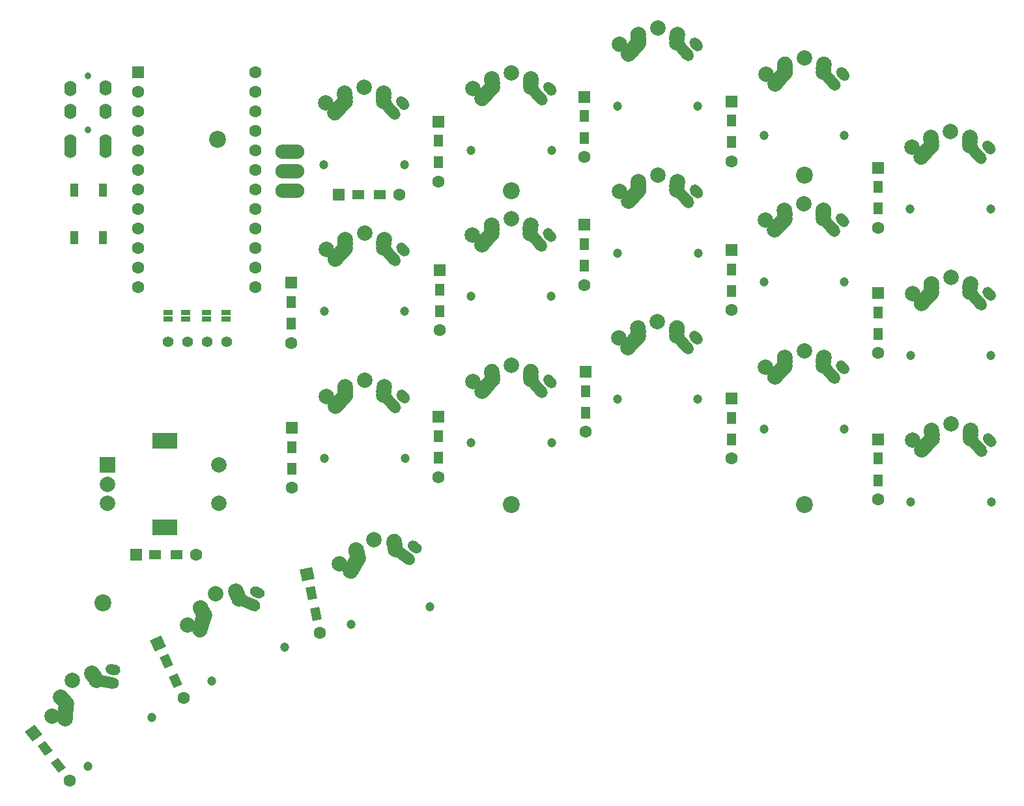
<source format=gbr>
%TF.GenerationSoftware,KiCad,Pcbnew,(5.1.7)-1*%
%TF.CreationDate,2021-07-12T16:27:12+05:30*%
%TF.ProjectId,Pteron36v0,50746572-6f6e-4333-9676-302e6b696361,rev?*%
%TF.SameCoordinates,Original*%
%TF.FileFunction,Soldermask,Top*%
%TF.FilePolarity,Negative*%
%FSLAX46Y46*%
G04 Gerber Fmt 4.6, Leading zero omitted, Abs format (unit mm)*
G04 Created by KiCad (PCBNEW (5.1.7)-1) date 2021-07-12 16:27:12*
%MOMM*%
%LPD*%
G01*
G04 APERTURE LIST*
%ADD10C,1.200000*%
%ADD11C,2.000000*%
%ADD12C,2.200000*%
%ADD13C,1.600000*%
%ADD14R,1.600000X1.600000*%
%ADD15O,1.600000X2.000000*%
%ADD16C,0.800000*%
%ADD17R,2.000000X2.000000*%
%ADD18R,3.200000X2.000000*%
%ADD19R,1.600000X1.200000*%
%ADD20O,3.759200X1.879600*%
%ADD21R,1.100000X1.800000*%
%ADD22R,1.200000X1.600000*%
%ADD23C,0.100000*%
%ADD24R,1.270000X0.635000*%
%ADD25C,1.397000*%
G04 APERTURE END LIST*
D10*
%TO.C,SW28*%
X125881509Y-100269365D03*
X115441509Y-100269365D03*
G36*
G01*
X125982177Y-91578589D02*
X126382877Y-92025175D01*
G75*
G02*
X126329342Y-93013676I-521018J-467483D01*
G01*
X126329342Y-93013676D01*
G75*
G02*
X125340841Y-92960141I-467483J521018D01*
G01*
X124940141Y-92513555D01*
G75*
G02*
X124993676Y-91525054I521018J467483D01*
G01*
X124993676Y-91525054D01*
G75*
G02*
X125982177Y-91578589I467483J-521018D01*
G01*
G37*
D11*
X115661509Y-92269365D03*
X120661509Y-90169365D03*
G36*
G01*
X123552789Y-91382409D02*
X125196697Y-93214573D01*
G75*
G02*
X125139337Y-94273681I-558234J-500874D01*
G01*
X125139337Y-94273681D01*
G75*
G02*
X124080229Y-94216321I-500874J558234D01*
G01*
X122436321Y-92384157D01*
G75*
G02*
X122493681Y-91325049I558234J500874D01*
G01*
X122493681Y-91325049D01*
G75*
G02*
X123552789Y-91382409I500874J-558234D01*
G01*
G37*
G36*
G01*
X119118796Y-90919628D02*
X119159350Y-91499590D01*
G75*
G02*
X118231542Y-92566910I-997564J-69756D01*
G01*
X118231542Y-92566910D01*
G75*
G02*
X117164222Y-91639102I-69756J997564D01*
G01*
X117123668Y-91059140D01*
G75*
G02*
X118051476Y-89991820I997564J69756D01*
G01*
X118051476Y-89991820D01*
G75*
G02*
X119118796Y-90919628I69756J-997564D01*
G01*
G37*
G36*
G01*
X118905816Y-92737194D02*
X117595826Y-94197202D01*
G75*
G02*
X116183681Y-94273681I-744312J667833D01*
G01*
X116183681Y-94273681D01*
G75*
G02*
X116107202Y-92861536I667833J744312D01*
G01*
X117417192Y-91401528D01*
G75*
G02*
X118829337Y-91325049I744312J-667833D01*
G01*
X118829337Y-91325049D01*
G75*
G02*
X118905816Y-92737194I-667833J-744312D01*
G01*
G37*
X118121509Y-90989365D03*
X118161509Y-91569365D03*
G36*
G01*
X123803677Y-92785053D02*
X123803677Y-92785053D01*
G75*
G02*
X124862785Y-92842413I500874J-558234D01*
G01*
X125196701Y-93214569D01*
G75*
G02*
X125139341Y-94273677I-558234J-500874D01*
G01*
X125139341Y-94273677D01*
G75*
G02*
X124080233Y-94216317I-500874J558234D01*
G01*
X123746317Y-93844161D01*
G75*
G02*
X123803677Y-92785053I558234J500874D01*
G01*
G37*
X123161509Y-92069365D03*
X116851509Y-93529365D03*
X118161509Y-92069365D03*
X123201509Y-90989365D03*
X123161509Y-91569365D03*
G36*
G01*
X122164054Y-91501366D02*
X122203596Y-90921334D01*
G75*
G02*
X123269295Y-89991665I997684J-68015D01*
G01*
X123269295Y-89991665D01*
G75*
G02*
X124198964Y-91057364I-68015J-997684D01*
G01*
X124159422Y-91637396D01*
G75*
G02*
X123093723Y-92567065I-997684J68015D01*
G01*
X123093723Y-92567065D01*
G75*
G02*
X122164054Y-91501366I68015J997684D01*
G01*
G37*
%TD*%
D10*
%TO.C,SW27*%
X125862130Y-81143915D03*
X115422130Y-81143915D03*
G36*
G01*
X125962798Y-72453139D02*
X126363498Y-72899725D01*
G75*
G02*
X126309963Y-73888226I-521018J-467483D01*
G01*
X126309963Y-73888226D01*
G75*
G02*
X125321462Y-73834691I-467483J521018D01*
G01*
X124920762Y-73388105D01*
G75*
G02*
X124974297Y-72399604I521018J467483D01*
G01*
X124974297Y-72399604D01*
G75*
G02*
X125962798Y-72453139I467483J-521018D01*
G01*
G37*
D11*
X115642130Y-73143915D03*
X120642130Y-71043915D03*
G36*
G01*
X123533410Y-72256959D02*
X125177318Y-74089123D01*
G75*
G02*
X125119958Y-75148231I-558234J-500874D01*
G01*
X125119958Y-75148231D01*
G75*
G02*
X124060850Y-75090871I-500874J558234D01*
G01*
X122416942Y-73258707D01*
G75*
G02*
X122474302Y-72199599I558234J500874D01*
G01*
X122474302Y-72199599D01*
G75*
G02*
X123533410Y-72256959I500874J-558234D01*
G01*
G37*
G36*
G01*
X119099417Y-71794178D02*
X119139971Y-72374140D01*
G75*
G02*
X118212163Y-73441460I-997564J-69756D01*
G01*
X118212163Y-73441460D01*
G75*
G02*
X117144843Y-72513652I-69756J997564D01*
G01*
X117104289Y-71933690D01*
G75*
G02*
X118032097Y-70866370I997564J69756D01*
G01*
X118032097Y-70866370D01*
G75*
G02*
X119099417Y-71794178I69756J-997564D01*
G01*
G37*
G36*
G01*
X118886437Y-73611744D02*
X117576447Y-75071752D01*
G75*
G02*
X116164302Y-75148231I-744312J667833D01*
G01*
X116164302Y-75148231D01*
G75*
G02*
X116087823Y-73736086I667833J744312D01*
G01*
X117397813Y-72276078D01*
G75*
G02*
X118809958Y-72199599I744312J-667833D01*
G01*
X118809958Y-72199599D01*
G75*
G02*
X118886437Y-73611744I-667833J-744312D01*
G01*
G37*
X118102130Y-71863915D03*
X118142130Y-72443915D03*
G36*
G01*
X123784298Y-73659603D02*
X123784298Y-73659603D01*
G75*
G02*
X124843406Y-73716963I500874J-558234D01*
G01*
X125177322Y-74089119D01*
G75*
G02*
X125119962Y-75148227I-558234J-500874D01*
G01*
X125119962Y-75148227D01*
G75*
G02*
X124060854Y-75090867I-500874J558234D01*
G01*
X123726938Y-74718711D01*
G75*
G02*
X123784298Y-73659603I558234J500874D01*
G01*
G37*
X123142130Y-72943915D03*
X116832130Y-74403915D03*
X118142130Y-72943915D03*
X123182130Y-71863915D03*
X123142130Y-72443915D03*
G36*
G01*
X122144675Y-72375916D02*
X122184217Y-71795884D01*
G75*
G02*
X123249916Y-70866215I997684J-68015D01*
G01*
X123249916Y-70866215D01*
G75*
G02*
X124179585Y-71931914I-68015J-997684D01*
G01*
X124140043Y-72511946D01*
G75*
G02*
X123074344Y-73441615I-997684J68015D01*
G01*
X123074344Y-73441615D01*
G75*
G02*
X122144675Y-72375916I68015J997684D01*
G01*
G37*
%TD*%
D10*
%TO.C,SW26*%
X125818486Y-62109020D03*
X115378486Y-62109020D03*
G36*
G01*
X125919154Y-53418244D02*
X126319854Y-53864830D01*
G75*
G02*
X126266319Y-54853331I-521018J-467483D01*
G01*
X126266319Y-54853331D01*
G75*
G02*
X125277818Y-54799796I-467483J521018D01*
G01*
X124877118Y-54353210D01*
G75*
G02*
X124930653Y-53364709I521018J467483D01*
G01*
X124930653Y-53364709D01*
G75*
G02*
X125919154Y-53418244I467483J-521018D01*
G01*
G37*
D11*
X115598486Y-54109020D03*
X120598486Y-52009020D03*
G36*
G01*
X123489766Y-53222064D02*
X125133674Y-55054228D01*
G75*
G02*
X125076314Y-56113336I-558234J-500874D01*
G01*
X125076314Y-56113336D01*
G75*
G02*
X124017206Y-56055976I-500874J558234D01*
G01*
X122373298Y-54223812D01*
G75*
G02*
X122430658Y-53164704I558234J500874D01*
G01*
X122430658Y-53164704D01*
G75*
G02*
X123489766Y-53222064I500874J-558234D01*
G01*
G37*
G36*
G01*
X119055773Y-52759283D02*
X119096327Y-53339245D01*
G75*
G02*
X118168519Y-54406565I-997564J-69756D01*
G01*
X118168519Y-54406565D01*
G75*
G02*
X117101199Y-53478757I-69756J997564D01*
G01*
X117060645Y-52898795D01*
G75*
G02*
X117988453Y-51831475I997564J69756D01*
G01*
X117988453Y-51831475D01*
G75*
G02*
X119055773Y-52759283I69756J-997564D01*
G01*
G37*
G36*
G01*
X118842793Y-54576849D02*
X117532803Y-56036857D01*
G75*
G02*
X116120658Y-56113336I-744312J667833D01*
G01*
X116120658Y-56113336D01*
G75*
G02*
X116044179Y-54701191I667833J744312D01*
G01*
X117354169Y-53241183D01*
G75*
G02*
X118766314Y-53164704I744312J-667833D01*
G01*
X118766314Y-53164704D01*
G75*
G02*
X118842793Y-54576849I-667833J-744312D01*
G01*
G37*
X118058486Y-52829020D03*
X118098486Y-53409020D03*
G36*
G01*
X123740654Y-54624708D02*
X123740654Y-54624708D01*
G75*
G02*
X124799762Y-54682068I500874J-558234D01*
G01*
X125133678Y-55054224D01*
G75*
G02*
X125076318Y-56113332I-558234J-500874D01*
G01*
X125076318Y-56113332D01*
G75*
G02*
X124017210Y-56055972I-500874J558234D01*
G01*
X123683294Y-55683816D01*
G75*
G02*
X123740654Y-54624708I558234J500874D01*
G01*
G37*
X123098486Y-53909020D03*
X116788486Y-55369020D03*
X118098486Y-53909020D03*
X123138486Y-52829020D03*
X123098486Y-53409020D03*
G36*
G01*
X122101031Y-53341021D02*
X122140573Y-52760989D01*
G75*
G02*
X123206272Y-51831320I997684J-68015D01*
G01*
X123206272Y-51831320D01*
G75*
G02*
X124135941Y-52897019I-68015J-997684D01*
G01*
X124096399Y-53477051D01*
G75*
G02*
X123030700Y-54406720I-997684J68015D01*
G01*
X123030700Y-54406720D01*
G75*
G02*
X122101031Y-53341021I68015J997684D01*
G01*
G37*
%TD*%
D10*
%TO.C,SW24*%
X144948913Y-98293290D03*
X134508913Y-98293290D03*
G36*
G01*
X145049581Y-89602514D02*
X145450281Y-90049100D01*
G75*
G02*
X145396746Y-91037601I-521018J-467483D01*
G01*
X145396746Y-91037601D01*
G75*
G02*
X144408245Y-90984066I-467483J521018D01*
G01*
X144007545Y-90537480D01*
G75*
G02*
X144061080Y-89548979I521018J467483D01*
G01*
X144061080Y-89548979D01*
G75*
G02*
X145049581Y-89602514I467483J-521018D01*
G01*
G37*
D11*
X134728913Y-90293290D03*
X139728913Y-88193290D03*
G36*
G01*
X142620193Y-89406334D02*
X144264101Y-91238498D01*
G75*
G02*
X144206741Y-92297606I-558234J-500874D01*
G01*
X144206741Y-92297606D01*
G75*
G02*
X143147633Y-92240246I-500874J558234D01*
G01*
X141503725Y-90408082D01*
G75*
G02*
X141561085Y-89348974I558234J500874D01*
G01*
X141561085Y-89348974D01*
G75*
G02*
X142620193Y-89406334I500874J-558234D01*
G01*
G37*
G36*
G01*
X138186200Y-88943553D02*
X138226754Y-89523515D01*
G75*
G02*
X137298946Y-90590835I-997564J-69756D01*
G01*
X137298946Y-90590835D01*
G75*
G02*
X136231626Y-89663027I-69756J997564D01*
G01*
X136191072Y-89083065D01*
G75*
G02*
X137118880Y-88015745I997564J69756D01*
G01*
X137118880Y-88015745D01*
G75*
G02*
X138186200Y-88943553I69756J-997564D01*
G01*
G37*
G36*
G01*
X137973220Y-90761119D02*
X136663230Y-92221127D01*
G75*
G02*
X135251085Y-92297606I-744312J667833D01*
G01*
X135251085Y-92297606D01*
G75*
G02*
X135174606Y-90885461I667833J744312D01*
G01*
X136484596Y-89425453D01*
G75*
G02*
X137896741Y-89348974I744312J-667833D01*
G01*
X137896741Y-89348974D01*
G75*
G02*
X137973220Y-90761119I-667833J-744312D01*
G01*
G37*
X137188913Y-89013290D03*
X137228913Y-89593290D03*
G36*
G01*
X142871081Y-90808978D02*
X142871081Y-90808978D01*
G75*
G02*
X143930189Y-90866338I500874J-558234D01*
G01*
X144264105Y-91238494D01*
G75*
G02*
X144206745Y-92297602I-558234J-500874D01*
G01*
X144206745Y-92297602D01*
G75*
G02*
X143147637Y-92240242I-500874J558234D01*
G01*
X142813721Y-91868086D01*
G75*
G02*
X142871081Y-90808978I558234J500874D01*
G01*
G37*
X142228913Y-90093290D03*
X135918913Y-91553290D03*
X137228913Y-90093290D03*
X142268913Y-89013290D03*
X142228913Y-89593290D03*
G36*
G01*
X141231458Y-89525291D02*
X141271000Y-88945259D01*
G75*
G02*
X142336699Y-88015590I997684J-68015D01*
G01*
X142336699Y-88015590D01*
G75*
G02*
X143266368Y-89081289I-68015J-997684D01*
G01*
X143226826Y-89661321D01*
G75*
G02*
X142161127Y-90590990I-997684J68015D01*
G01*
X142161127Y-90590990D01*
G75*
G02*
X141231458Y-89525291I68015J997684D01*
G01*
G37*
%TD*%
D10*
%TO.C,SW23*%
X144905269Y-79258394D03*
X134465269Y-79258394D03*
G36*
G01*
X145005937Y-70567618D02*
X145406637Y-71014204D01*
G75*
G02*
X145353102Y-72002705I-521018J-467483D01*
G01*
X145353102Y-72002705D01*
G75*
G02*
X144364601Y-71949170I-467483J521018D01*
G01*
X143963901Y-71502584D01*
G75*
G02*
X144017436Y-70514083I521018J467483D01*
G01*
X144017436Y-70514083D01*
G75*
G02*
X145005937Y-70567618I467483J-521018D01*
G01*
G37*
D11*
X134685269Y-71258394D03*
X139685269Y-69158394D03*
G36*
G01*
X142576549Y-70371438D02*
X144220457Y-72203602D01*
G75*
G02*
X144163097Y-73262710I-558234J-500874D01*
G01*
X144163097Y-73262710D01*
G75*
G02*
X143103989Y-73205350I-500874J558234D01*
G01*
X141460081Y-71373186D01*
G75*
G02*
X141517441Y-70314078I558234J500874D01*
G01*
X141517441Y-70314078D01*
G75*
G02*
X142576549Y-70371438I500874J-558234D01*
G01*
G37*
G36*
G01*
X138142556Y-69908657D02*
X138183110Y-70488619D01*
G75*
G02*
X137255302Y-71555939I-997564J-69756D01*
G01*
X137255302Y-71555939D01*
G75*
G02*
X136187982Y-70628131I-69756J997564D01*
G01*
X136147428Y-70048169D01*
G75*
G02*
X137075236Y-68980849I997564J69756D01*
G01*
X137075236Y-68980849D01*
G75*
G02*
X138142556Y-69908657I69756J-997564D01*
G01*
G37*
G36*
G01*
X137929576Y-71726223D02*
X136619586Y-73186231D01*
G75*
G02*
X135207441Y-73262710I-744312J667833D01*
G01*
X135207441Y-73262710D01*
G75*
G02*
X135130962Y-71850565I667833J744312D01*
G01*
X136440952Y-70390557D01*
G75*
G02*
X137853097Y-70314078I744312J-667833D01*
G01*
X137853097Y-70314078D01*
G75*
G02*
X137929576Y-71726223I-667833J-744312D01*
G01*
G37*
X137145269Y-69978394D03*
X137185269Y-70558394D03*
G36*
G01*
X142827437Y-71774082D02*
X142827437Y-71774082D01*
G75*
G02*
X143886545Y-71831442I500874J-558234D01*
G01*
X144220461Y-72203598D01*
G75*
G02*
X144163101Y-73262706I-558234J-500874D01*
G01*
X144163101Y-73262706D01*
G75*
G02*
X143103993Y-73205346I-500874J558234D01*
G01*
X142770077Y-72833190D01*
G75*
G02*
X142827437Y-71774082I558234J500874D01*
G01*
G37*
X142185269Y-71058394D03*
X135875269Y-72518394D03*
X137185269Y-71058394D03*
X142225269Y-69978394D03*
X142185269Y-70558394D03*
G36*
G01*
X141187814Y-70490395D02*
X141227356Y-69910363D01*
G75*
G02*
X142293055Y-68980694I997684J-68015D01*
G01*
X142293055Y-68980694D01*
G75*
G02*
X143222724Y-70046393I-68015J-997684D01*
G01*
X143183182Y-70626425D01*
G75*
G02*
X142117483Y-71556094I-997684J68015D01*
G01*
X142117483Y-71556094D01*
G75*
G02*
X141187814Y-70490395I68015J997684D01*
G01*
G37*
%TD*%
D10*
%TO.C,SW22*%
X144952181Y-60247769D03*
X134512181Y-60247769D03*
G36*
G01*
X145052849Y-51556993D02*
X145453549Y-52003579D01*
G75*
G02*
X145400014Y-52992080I-521018J-467483D01*
G01*
X145400014Y-52992080D01*
G75*
G02*
X144411513Y-52938545I-467483J521018D01*
G01*
X144010813Y-52491959D01*
G75*
G02*
X144064348Y-51503458I521018J467483D01*
G01*
X144064348Y-51503458D01*
G75*
G02*
X145052849Y-51556993I467483J-521018D01*
G01*
G37*
D11*
X134732181Y-52247769D03*
X139732181Y-50147769D03*
G36*
G01*
X142623461Y-51360813D02*
X144267369Y-53192977D01*
G75*
G02*
X144210009Y-54252085I-558234J-500874D01*
G01*
X144210009Y-54252085D01*
G75*
G02*
X143150901Y-54194725I-500874J558234D01*
G01*
X141506993Y-52362561D01*
G75*
G02*
X141564353Y-51303453I558234J500874D01*
G01*
X141564353Y-51303453D01*
G75*
G02*
X142623461Y-51360813I500874J-558234D01*
G01*
G37*
G36*
G01*
X138189468Y-50898032D02*
X138230022Y-51477994D01*
G75*
G02*
X137302214Y-52545314I-997564J-69756D01*
G01*
X137302214Y-52545314D01*
G75*
G02*
X136234894Y-51617506I-69756J997564D01*
G01*
X136194340Y-51037544D01*
G75*
G02*
X137122148Y-49970224I997564J69756D01*
G01*
X137122148Y-49970224D01*
G75*
G02*
X138189468Y-50898032I69756J-997564D01*
G01*
G37*
G36*
G01*
X137976488Y-52715598D02*
X136666498Y-54175606D01*
G75*
G02*
X135254353Y-54252085I-744312J667833D01*
G01*
X135254353Y-54252085D01*
G75*
G02*
X135177874Y-52839940I667833J744312D01*
G01*
X136487864Y-51379932D01*
G75*
G02*
X137900009Y-51303453I744312J-667833D01*
G01*
X137900009Y-51303453D01*
G75*
G02*
X137976488Y-52715598I-667833J-744312D01*
G01*
G37*
X137192181Y-50967769D03*
X137232181Y-51547769D03*
G36*
G01*
X142874349Y-52763457D02*
X142874349Y-52763457D01*
G75*
G02*
X143933457Y-52820817I500874J-558234D01*
G01*
X144267373Y-53192973D01*
G75*
G02*
X144210013Y-54252081I-558234J-500874D01*
G01*
X144210013Y-54252081D01*
G75*
G02*
X143150905Y-54194721I-500874J558234D01*
G01*
X142816989Y-53822565D01*
G75*
G02*
X142874349Y-52763457I558234J500874D01*
G01*
G37*
X142232181Y-52047769D03*
X135922181Y-53507769D03*
X137232181Y-52047769D03*
X142272181Y-50967769D03*
X142232181Y-51547769D03*
G36*
G01*
X141234726Y-51479770D02*
X141274268Y-50899738D01*
G75*
G02*
X142339967Y-49970069I997684J-68015D01*
G01*
X142339967Y-49970069D01*
G75*
G02*
X143269636Y-51035768I-68015J-997684D01*
G01*
X143230094Y-51615800D01*
G75*
G02*
X142164395Y-52545469I-997684J68015D01*
G01*
X142164395Y-52545469D01*
G75*
G02*
X141234726Y-51479770I68015J997684D01*
G01*
G37*
%TD*%
D10*
%TO.C,SW20*%
X92976811Y-133986528D03*
X84694203Y-140341998D03*
G36*
G01*
X87766067Y-127030389D02*
X88355829Y-127140759D01*
G75*
G02*
X88915118Y-127957580I-128766J-688055D01*
G01*
X88915118Y-127957580D01*
G75*
G02*
X88098297Y-128516869I-688055J128766D01*
G01*
X87508535Y-128406499D01*
G75*
G02*
X86949246Y-127589678I128766J688055D01*
G01*
X86949246Y-127589678D01*
G75*
G02*
X87766067Y-127030389I688055J-128766D01*
G01*
G37*
D11*
X79998649Y-133861243D03*
X82687017Y-129151394D03*
G36*
G01*
X85719278Y-128353666D02*
X88138828Y-128806472D01*
G75*
G02*
X88738066Y-129681638I-137964J-737202D01*
G01*
X88738066Y-129681638D01*
G75*
G02*
X87862900Y-130280876I-737202J137964D01*
G01*
X85443350Y-129828070D01*
G75*
G02*
X84844112Y-128952904I137964J737202D01*
G01*
X84844112Y-128952904D01*
G75*
G02*
X85719278Y-128353666I737202J-137964D01*
G01*
G37*
G36*
G01*
X81919831Y-130685762D02*
X82305063Y-131121188D01*
G75*
G02*
X82218727Y-132532764I-748956J-662620D01*
G01*
X82218727Y-132532764D01*
G75*
G02*
X80807151Y-132446428I-662620J748956D01*
G01*
X80421919Y-132011002D01*
G75*
G02*
X80508255Y-130599426I748956J662620D01*
G01*
X80508255Y-130599426D01*
G75*
G02*
X81919831Y-130685762I662620J-748956D01*
G01*
G37*
G36*
G01*
X82857326Y-132257388D02*
X82706838Y-134213162D01*
G75*
G02*
X81633066Y-135133496I-997053J76719D01*
G01*
X81633066Y-135133496D01*
G75*
G02*
X80712732Y-134059724I76719J997053D01*
G01*
X80863220Y-132103950D01*
G75*
G02*
X81936992Y-131183616I997053J-76719D01*
G01*
X81936992Y-131183616D01*
G75*
G02*
X82857326Y-132257388I-76719J-997053D01*
G01*
G37*
X81171083Y-131348198D03*
X81555899Y-131783993D03*
G36*
G01*
X86772195Y-129313728D02*
X86772195Y-129313728D01*
G75*
G02*
X87647361Y-128714490I737202J-137964D01*
G01*
X88138829Y-128806466D01*
G75*
G02*
X88738067Y-129681632I-137964J-737202D01*
G01*
X88738067Y-129681632D01*
G75*
G02*
X87862901Y-130280870I-737202J137964D01*
G01*
X87371433Y-130188894D01*
G75*
G02*
X86772195Y-129313728I137964J737202D01*
G01*
G37*
X85827047Y-129136862D03*
X81709779Y-134136443D03*
X81860280Y-132180669D03*
X85201318Y-128255690D03*
X85522666Y-128740185D03*
G36*
G01*
X84689936Y-129293451D02*
X84368206Y-128809209D01*
G75*
G02*
X84647735Y-127422896I832921J553392D01*
G01*
X84647735Y-127422896D01*
G75*
G02*
X86034048Y-127702425I553392J-832921D01*
G01*
X86355778Y-128186667D01*
G75*
G02*
X86076249Y-129572980I-832921J-553392D01*
G01*
X86076249Y-129572980D01*
G75*
G02*
X84689936Y-129293451I-553392J832921D01*
G01*
G37*
%TD*%
D10*
%TO.C,SW19*%
X163942246Y-92609196D03*
X153502246Y-92609196D03*
G36*
G01*
X164042914Y-83918420D02*
X164443614Y-84365006D01*
G75*
G02*
X164390079Y-85353507I-521018J-467483D01*
G01*
X164390079Y-85353507D01*
G75*
G02*
X163401578Y-85299972I-467483J521018D01*
G01*
X163000878Y-84853386D01*
G75*
G02*
X163054413Y-83864885I521018J467483D01*
G01*
X163054413Y-83864885D01*
G75*
G02*
X164042914Y-83918420I467483J-521018D01*
G01*
G37*
D11*
X153722246Y-84609196D03*
X158722246Y-82509196D03*
G36*
G01*
X161613526Y-83722240D02*
X163257434Y-85554404D01*
G75*
G02*
X163200074Y-86613512I-558234J-500874D01*
G01*
X163200074Y-86613512D01*
G75*
G02*
X162140966Y-86556152I-500874J558234D01*
G01*
X160497058Y-84723988D01*
G75*
G02*
X160554418Y-83664880I558234J500874D01*
G01*
X160554418Y-83664880D01*
G75*
G02*
X161613526Y-83722240I500874J-558234D01*
G01*
G37*
G36*
G01*
X157179533Y-83259459D02*
X157220087Y-83839421D01*
G75*
G02*
X156292279Y-84906741I-997564J-69756D01*
G01*
X156292279Y-84906741D01*
G75*
G02*
X155224959Y-83978933I-69756J997564D01*
G01*
X155184405Y-83398971D01*
G75*
G02*
X156112213Y-82331651I997564J69756D01*
G01*
X156112213Y-82331651D01*
G75*
G02*
X157179533Y-83259459I69756J-997564D01*
G01*
G37*
G36*
G01*
X156966553Y-85077025D02*
X155656563Y-86537033D01*
G75*
G02*
X154244418Y-86613512I-744312J667833D01*
G01*
X154244418Y-86613512D01*
G75*
G02*
X154167939Y-85201367I667833J744312D01*
G01*
X155477929Y-83741359D01*
G75*
G02*
X156890074Y-83664880I744312J-667833D01*
G01*
X156890074Y-83664880D01*
G75*
G02*
X156966553Y-85077025I-667833J-744312D01*
G01*
G37*
X156182246Y-83329196D03*
X156222246Y-83909196D03*
G36*
G01*
X161864414Y-85124884D02*
X161864414Y-85124884D01*
G75*
G02*
X162923522Y-85182244I500874J-558234D01*
G01*
X163257438Y-85554400D01*
G75*
G02*
X163200078Y-86613508I-558234J-500874D01*
G01*
X163200078Y-86613508D01*
G75*
G02*
X162140970Y-86556148I-500874J558234D01*
G01*
X161807054Y-86183992D01*
G75*
G02*
X161864414Y-85124884I558234J500874D01*
G01*
G37*
X161222246Y-84409196D03*
X154912246Y-85869196D03*
X156222246Y-84409196D03*
X161262246Y-83329196D03*
X161222246Y-83909196D03*
G36*
G01*
X160224791Y-83841197D02*
X160264333Y-83261165D01*
G75*
G02*
X161330032Y-82331496I997684J-68015D01*
G01*
X161330032Y-82331496D01*
G75*
G02*
X162259701Y-83397195I-68015J-997684D01*
G01*
X162220159Y-83977227D01*
G75*
G02*
X161154460Y-84906896I-997684J68015D01*
G01*
X161154460Y-84906896D01*
G75*
G02*
X160224791Y-83841197I68015J997684D01*
G01*
G37*
%TD*%
D10*
%TO.C,SW18*%
X163989162Y-73598567D03*
X153549162Y-73598567D03*
G36*
G01*
X164089830Y-64907791D02*
X164490530Y-65354377D01*
G75*
G02*
X164436995Y-66342878I-521018J-467483D01*
G01*
X164436995Y-66342878D01*
G75*
G02*
X163448494Y-66289343I-467483J521018D01*
G01*
X163047794Y-65842757D01*
G75*
G02*
X163101329Y-64854256I521018J467483D01*
G01*
X163101329Y-64854256D01*
G75*
G02*
X164089830Y-64907791I467483J-521018D01*
G01*
G37*
D11*
X153769162Y-65598567D03*
X158769162Y-63498567D03*
G36*
G01*
X161660442Y-64711611D02*
X163304350Y-66543775D01*
G75*
G02*
X163246990Y-67602883I-558234J-500874D01*
G01*
X163246990Y-67602883D01*
G75*
G02*
X162187882Y-67545523I-500874J558234D01*
G01*
X160543974Y-65713359D01*
G75*
G02*
X160601334Y-64654251I558234J500874D01*
G01*
X160601334Y-64654251D01*
G75*
G02*
X161660442Y-64711611I500874J-558234D01*
G01*
G37*
G36*
G01*
X157226449Y-64248830D02*
X157267003Y-64828792D01*
G75*
G02*
X156339195Y-65896112I-997564J-69756D01*
G01*
X156339195Y-65896112D01*
G75*
G02*
X155271875Y-64968304I-69756J997564D01*
G01*
X155231321Y-64388342D01*
G75*
G02*
X156159129Y-63321022I997564J69756D01*
G01*
X156159129Y-63321022D01*
G75*
G02*
X157226449Y-64248830I69756J-997564D01*
G01*
G37*
G36*
G01*
X157013469Y-66066396D02*
X155703479Y-67526404D01*
G75*
G02*
X154291334Y-67602883I-744312J667833D01*
G01*
X154291334Y-67602883D01*
G75*
G02*
X154214855Y-66190738I667833J744312D01*
G01*
X155524845Y-64730730D01*
G75*
G02*
X156936990Y-64654251I744312J-667833D01*
G01*
X156936990Y-64654251D01*
G75*
G02*
X157013469Y-66066396I-667833J-744312D01*
G01*
G37*
X156229162Y-64318567D03*
X156269162Y-64898567D03*
G36*
G01*
X161911330Y-66114255D02*
X161911330Y-66114255D01*
G75*
G02*
X162970438Y-66171615I500874J-558234D01*
G01*
X163304354Y-66543771D01*
G75*
G02*
X163246994Y-67602879I-558234J-500874D01*
G01*
X163246994Y-67602879D01*
G75*
G02*
X162187886Y-67545519I-500874J558234D01*
G01*
X161853970Y-67173363D01*
G75*
G02*
X161911330Y-66114255I558234J500874D01*
G01*
G37*
X161269162Y-65398567D03*
X154959162Y-66858567D03*
X156269162Y-65398567D03*
X161309162Y-64318567D03*
X161269162Y-64898567D03*
G36*
G01*
X160271707Y-64830568D02*
X160311249Y-64250536D01*
G75*
G02*
X161376948Y-63320867I997684J-68015D01*
G01*
X161376948Y-63320867D01*
G75*
G02*
X162306617Y-64386566I-68015J-997684D01*
G01*
X162267075Y-64966598D01*
G75*
G02*
X161201376Y-65896267I-997684J68015D01*
G01*
X161201376Y-65896267D01*
G75*
G02*
X160271707Y-64830568I68015J997684D01*
G01*
G37*
%TD*%
D10*
%TO.C,SW17*%
X163969779Y-54473116D03*
X153529779Y-54473116D03*
G36*
G01*
X164070447Y-45782340D02*
X164471147Y-46228926D01*
G75*
G02*
X164417612Y-47217427I-521018J-467483D01*
G01*
X164417612Y-47217427D01*
G75*
G02*
X163429111Y-47163892I-467483J521018D01*
G01*
X163028411Y-46717306D01*
G75*
G02*
X163081946Y-45728805I521018J467483D01*
G01*
X163081946Y-45728805D01*
G75*
G02*
X164070447Y-45782340I467483J-521018D01*
G01*
G37*
D11*
X153749779Y-46473116D03*
X158749779Y-44373116D03*
G36*
G01*
X161641059Y-45586160D02*
X163284967Y-47418324D01*
G75*
G02*
X163227607Y-48477432I-558234J-500874D01*
G01*
X163227607Y-48477432D01*
G75*
G02*
X162168499Y-48420072I-500874J558234D01*
G01*
X160524591Y-46587908D01*
G75*
G02*
X160581951Y-45528800I558234J500874D01*
G01*
X160581951Y-45528800D01*
G75*
G02*
X161641059Y-45586160I500874J-558234D01*
G01*
G37*
G36*
G01*
X157207066Y-45123379D02*
X157247620Y-45703341D01*
G75*
G02*
X156319812Y-46770661I-997564J-69756D01*
G01*
X156319812Y-46770661D01*
G75*
G02*
X155252492Y-45842853I-69756J997564D01*
G01*
X155211938Y-45262891D01*
G75*
G02*
X156139746Y-44195571I997564J69756D01*
G01*
X156139746Y-44195571D01*
G75*
G02*
X157207066Y-45123379I69756J-997564D01*
G01*
G37*
G36*
G01*
X156994086Y-46940945D02*
X155684096Y-48400953D01*
G75*
G02*
X154271951Y-48477432I-744312J667833D01*
G01*
X154271951Y-48477432D01*
G75*
G02*
X154195472Y-47065287I667833J744312D01*
G01*
X155505462Y-45605279D01*
G75*
G02*
X156917607Y-45528800I744312J-667833D01*
G01*
X156917607Y-45528800D01*
G75*
G02*
X156994086Y-46940945I-667833J-744312D01*
G01*
G37*
X156209779Y-45193116D03*
X156249779Y-45773116D03*
G36*
G01*
X161891947Y-46988804D02*
X161891947Y-46988804D01*
G75*
G02*
X162951055Y-47046164I500874J-558234D01*
G01*
X163284971Y-47418320D01*
G75*
G02*
X163227611Y-48477428I-558234J-500874D01*
G01*
X163227611Y-48477428D01*
G75*
G02*
X162168503Y-48420068I-500874J558234D01*
G01*
X161834587Y-48047912D01*
G75*
G02*
X161891947Y-46988804I558234J500874D01*
G01*
G37*
X161249779Y-46273116D03*
X154939779Y-47733116D03*
X156249779Y-46273116D03*
X161289779Y-45193116D03*
X161249779Y-45773116D03*
G36*
G01*
X160252324Y-45705117D02*
X160291866Y-45125085D01*
G75*
G02*
X161357565Y-44195416I997684J-68015D01*
G01*
X161357565Y-44195416D01*
G75*
G02*
X162287234Y-45261115I-68015J-997684D01*
G01*
X162247692Y-45841147D01*
G75*
G02*
X161181993Y-46770816I-997684J68015D01*
G01*
X161181993Y-46770816D01*
G75*
G02*
X160252324Y-45705117I68015J997684D01*
G01*
G37*
%TD*%
D10*
%TO.C,SW15*%
X110268018Y-124879285D03*
X100806165Y-129291420D03*
G36*
G01*
X106686375Y-116960223D02*
X107238267Y-117195625D01*
G75*
G02*
X107607506Y-118114136I-274636J-643875D01*
G01*
X107607506Y-118114136D01*
G75*
G02*
X106688995Y-118483375I-643875J274636D01*
G01*
X106137103Y-118247973D01*
G75*
G02*
X105767864Y-117329462I274636J643875D01*
G01*
X105767864Y-117329462D01*
G75*
G02*
X106686375Y-116960223I643875J-274636D01*
G01*
G37*
D11*
X97624607Y-121947982D03*
X101268647Y-117931644D03*
G36*
G01*
X104401691Y-117809127D02*
X106665883Y-118774887D01*
G75*
G02*
X107061496Y-119759006I-294253J-689866D01*
G01*
X107061496Y-119759006D01*
G75*
G02*
X106077377Y-120154619I-689866J294253D01*
G01*
X103813185Y-119188859D01*
G75*
G02*
X103417572Y-118204740I294253J689866D01*
G01*
X103417572Y-118204740D01*
G75*
G02*
X104401691Y-117809127I689866J-294253D01*
G01*
G37*
G36*
G01*
X100187549Y-119263592D02*
X100469407Y-119772076D01*
G75*
G02*
X100079597Y-121131506I-874620J-484810D01*
G01*
X100079597Y-121131506D01*
G75*
G02*
X98720167Y-120741696I-484810J874620D01*
G01*
X98438309Y-120233212D01*
G75*
G02*
X98828119Y-118873782I874620J484810D01*
G01*
X98828119Y-118873782D01*
G75*
G02*
X100187549Y-119263592I484810J-874620D01*
G01*
G37*
G36*
G01*
X100762660Y-121000874D02*
X100192432Y-122877718D01*
G75*
G02*
X98944916Y-123543830I-956814J290702D01*
G01*
X98944916Y-123543830D01*
G75*
G02*
X98278804Y-122296314I290702J956814D01*
G01*
X98849032Y-120419470D01*
G75*
G02*
X100096548Y-119753358I956814J-290702D01*
G01*
X100096548Y-119753358D01*
G75*
G02*
X100762660Y-121000874I-290702J-956814D01*
G01*
G37*
X99313172Y-119748267D03*
X99594543Y-120257021D03*
G36*
G01*
X105221856Y-118974326D02*
X105221856Y-118974326D01*
G75*
G02*
X106205975Y-118578713I689866J-294253D01*
G01*
X106665885Y-118774881D01*
G75*
G02*
X107061498Y-119759000I-294253J-689866D01*
G01*
X107061498Y-119759000D01*
G75*
G02*
X106077379Y-120154613I-689866J294253D01*
G01*
X105617469Y-119958445D01*
G75*
G02*
X105221856Y-118974326I294253J689866D01*
G01*
G37*
X104337391Y-118597083D03*
X99235612Y-122587014D03*
X99805852Y-120710175D03*
X103917216Y-117601366D03*
X104126082Y-118143929D03*
G36*
G01*
X103193342Y-118503844D02*
X102984048Y-117961446D01*
G75*
G02*
X103557005Y-116668495I932954J359997D01*
G01*
X103557005Y-116668495D01*
G75*
G02*
X104849956Y-117241452I359997J-932954D01*
G01*
X105059250Y-117783850D01*
G75*
G02*
X104486293Y-119076801I-932954J-359997D01*
G01*
X104486293Y-119076801D01*
G75*
G02*
X103193342Y-118503844I-359997J932954D01*
G01*
G37*
%TD*%
D10*
%TO.C,SW14*%
X183002678Y-96454677D03*
X172562678Y-96454677D03*
G36*
G01*
X183103346Y-87763901D02*
X183504046Y-88210487D01*
G75*
G02*
X183450511Y-89198988I-521018J-467483D01*
G01*
X183450511Y-89198988D01*
G75*
G02*
X182462010Y-89145453I-467483J521018D01*
G01*
X182061310Y-88698867D01*
G75*
G02*
X182114845Y-87710366I521018J467483D01*
G01*
X182114845Y-87710366D01*
G75*
G02*
X183103346Y-87763901I467483J-521018D01*
G01*
G37*
D11*
X172782678Y-88454677D03*
X177782678Y-86354677D03*
G36*
G01*
X180673958Y-87567721D02*
X182317866Y-89399885D01*
G75*
G02*
X182260506Y-90458993I-558234J-500874D01*
G01*
X182260506Y-90458993D01*
G75*
G02*
X181201398Y-90401633I-500874J558234D01*
G01*
X179557490Y-88569469D01*
G75*
G02*
X179614850Y-87510361I558234J500874D01*
G01*
X179614850Y-87510361D01*
G75*
G02*
X180673958Y-87567721I500874J-558234D01*
G01*
G37*
G36*
G01*
X176239965Y-87104940D02*
X176280519Y-87684902D01*
G75*
G02*
X175352711Y-88752222I-997564J-69756D01*
G01*
X175352711Y-88752222D01*
G75*
G02*
X174285391Y-87824414I-69756J997564D01*
G01*
X174244837Y-87244452D01*
G75*
G02*
X175172645Y-86177132I997564J69756D01*
G01*
X175172645Y-86177132D01*
G75*
G02*
X176239965Y-87104940I69756J-997564D01*
G01*
G37*
G36*
G01*
X176026985Y-88922506D02*
X174716995Y-90382514D01*
G75*
G02*
X173304850Y-90458993I-744312J667833D01*
G01*
X173304850Y-90458993D01*
G75*
G02*
X173228371Y-89046848I667833J744312D01*
G01*
X174538361Y-87586840D01*
G75*
G02*
X175950506Y-87510361I744312J-667833D01*
G01*
X175950506Y-87510361D01*
G75*
G02*
X176026985Y-88922506I-667833J-744312D01*
G01*
G37*
X175242678Y-87174677D03*
X175282678Y-87754677D03*
G36*
G01*
X180924846Y-88970365D02*
X180924846Y-88970365D01*
G75*
G02*
X181983954Y-89027725I500874J-558234D01*
G01*
X182317870Y-89399881D01*
G75*
G02*
X182260510Y-90458989I-558234J-500874D01*
G01*
X182260510Y-90458989D01*
G75*
G02*
X181201402Y-90401629I-500874J558234D01*
G01*
X180867486Y-90029473D01*
G75*
G02*
X180924846Y-88970365I558234J500874D01*
G01*
G37*
X180282678Y-88254677D03*
X173972678Y-89714677D03*
X175282678Y-88254677D03*
X180322678Y-87174677D03*
X180282678Y-87754677D03*
G36*
G01*
X179285223Y-87686678D02*
X179324765Y-87106646D01*
G75*
G02*
X180390464Y-86176977I997684J-68015D01*
G01*
X180390464Y-86176977D01*
G75*
G02*
X181320133Y-87242676I-68015J-997684D01*
G01*
X181280591Y-87822708D01*
G75*
G02*
X180214892Y-88752377I-997684J68015D01*
G01*
X180214892Y-88752377D01*
G75*
G02*
X179285223Y-87686678I68015J997684D01*
G01*
G37*
%TD*%
D10*
%TO.C,SW13*%
X182983305Y-77329232D03*
X172543305Y-77329232D03*
G36*
G01*
X183083973Y-68638456D02*
X183484673Y-69085042D01*
G75*
G02*
X183431138Y-70073543I-521018J-467483D01*
G01*
X183431138Y-70073543D01*
G75*
G02*
X182442637Y-70020008I-467483J521018D01*
G01*
X182041937Y-69573422D01*
G75*
G02*
X182095472Y-68584921I521018J467483D01*
G01*
X182095472Y-68584921D01*
G75*
G02*
X183083973Y-68638456I467483J-521018D01*
G01*
G37*
D11*
X172763305Y-69329232D03*
X177763305Y-67229232D03*
G36*
G01*
X180654585Y-68442276D02*
X182298493Y-70274440D01*
G75*
G02*
X182241133Y-71333548I-558234J-500874D01*
G01*
X182241133Y-71333548D01*
G75*
G02*
X181182025Y-71276188I-500874J558234D01*
G01*
X179538117Y-69444024D01*
G75*
G02*
X179595477Y-68384916I558234J500874D01*
G01*
X179595477Y-68384916D01*
G75*
G02*
X180654585Y-68442276I500874J-558234D01*
G01*
G37*
G36*
G01*
X176220592Y-67979495D02*
X176261146Y-68559457D01*
G75*
G02*
X175333338Y-69626777I-997564J-69756D01*
G01*
X175333338Y-69626777D01*
G75*
G02*
X174266018Y-68698969I-69756J997564D01*
G01*
X174225464Y-68119007D01*
G75*
G02*
X175153272Y-67051687I997564J69756D01*
G01*
X175153272Y-67051687D01*
G75*
G02*
X176220592Y-67979495I69756J-997564D01*
G01*
G37*
G36*
G01*
X176007612Y-69797061D02*
X174697622Y-71257069D01*
G75*
G02*
X173285477Y-71333548I-744312J667833D01*
G01*
X173285477Y-71333548D01*
G75*
G02*
X173208998Y-69921403I667833J744312D01*
G01*
X174518988Y-68461395D01*
G75*
G02*
X175931133Y-68384916I744312J-667833D01*
G01*
X175931133Y-68384916D01*
G75*
G02*
X176007612Y-69797061I-667833J-744312D01*
G01*
G37*
X175223305Y-68049232D03*
X175263305Y-68629232D03*
G36*
G01*
X180905473Y-69844920D02*
X180905473Y-69844920D01*
G75*
G02*
X181964581Y-69902280I500874J-558234D01*
G01*
X182298497Y-70274436D01*
G75*
G02*
X182241137Y-71333544I-558234J-500874D01*
G01*
X182241137Y-71333544D01*
G75*
G02*
X181182029Y-71276184I-500874J558234D01*
G01*
X180848113Y-70904028D01*
G75*
G02*
X180905473Y-69844920I558234J500874D01*
G01*
G37*
X180263305Y-69129232D03*
X173953305Y-70589232D03*
X175263305Y-69129232D03*
X180303305Y-68049232D03*
X180263305Y-68629232D03*
G36*
G01*
X179265850Y-68561233D02*
X179305392Y-67981201D01*
G75*
G02*
X180371091Y-67051532I997684J-68015D01*
G01*
X180371091Y-67051532D01*
G75*
G02*
X181300760Y-68117231I-68015J-997684D01*
G01*
X181261218Y-68697263D01*
G75*
G02*
X180195519Y-69626932I-997684J68015D01*
G01*
X180195519Y-69626932D01*
G75*
G02*
X179265850Y-68561233I68015J997684D01*
G01*
G37*
%TD*%
D10*
%TO.C,SW12*%
X183030215Y-58318605D03*
X172590215Y-58318605D03*
G36*
G01*
X183130883Y-49627829D02*
X183531583Y-50074415D01*
G75*
G02*
X183478048Y-51062916I-521018J-467483D01*
G01*
X183478048Y-51062916D01*
G75*
G02*
X182489547Y-51009381I-467483J521018D01*
G01*
X182088847Y-50562795D01*
G75*
G02*
X182142382Y-49574294I521018J467483D01*
G01*
X182142382Y-49574294D01*
G75*
G02*
X183130883Y-49627829I467483J-521018D01*
G01*
G37*
D11*
X172810215Y-50318605D03*
X177810215Y-48218605D03*
G36*
G01*
X180701495Y-49431649D02*
X182345403Y-51263813D01*
G75*
G02*
X182288043Y-52322921I-558234J-500874D01*
G01*
X182288043Y-52322921D01*
G75*
G02*
X181228935Y-52265561I-500874J558234D01*
G01*
X179585027Y-50433397D01*
G75*
G02*
X179642387Y-49374289I558234J500874D01*
G01*
X179642387Y-49374289D01*
G75*
G02*
X180701495Y-49431649I500874J-558234D01*
G01*
G37*
G36*
G01*
X176267502Y-48968868D02*
X176308056Y-49548830D01*
G75*
G02*
X175380248Y-50616150I-997564J-69756D01*
G01*
X175380248Y-50616150D01*
G75*
G02*
X174312928Y-49688342I-69756J997564D01*
G01*
X174272374Y-49108380D01*
G75*
G02*
X175200182Y-48041060I997564J69756D01*
G01*
X175200182Y-48041060D01*
G75*
G02*
X176267502Y-48968868I69756J-997564D01*
G01*
G37*
G36*
G01*
X176054522Y-50786434D02*
X174744532Y-52246442D01*
G75*
G02*
X173332387Y-52322921I-744312J667833D01*
G01*
X173332387Y-52322921D01*
G75*
G02*
X173255908Y-50910776I667833J744312D01*
G01*
X174565898Y-49450768D01*
G75*
G02*
X175978043Y-49374289I744312J-667833D01*
G01*
X175978043Y-49374289D01*
G75*
G02*
X176054522Y-50786434I-667833J-744312D01*
G01*
G37*
X175270215Y-49038605D03*
X175310215Y-49618605D03*
G36*
G01*
X180952383Y-50834293D02*
X180952383Y-50834293D01*
G75*
G02*
X182011491Y-50891653I500874J-558234D01*
G01*
X182345407Y-51263809D01*
G75*
G02*
X182288047Y-52322917I-558234J-500874D01*
G01*
X182288047Y-52322917D01*
G75*
G02*
X181228939Y-52265557I-500874J558234D01*
G01*
X180895023Y-51893401D01*
G75*
G02*
X180952383Y-50834293I558234J500874D01*
G01*
G37*
X180310215Y-50118605D03*
X174000215Y-51578605D03*
X175310215Y-50118605D03*
X180350215Y-49038605D03*
X180310215Y-49618605D03*
G36*
G01*
X179312760Y-49550606D02*
X179352302Y-48970574D01*
G75*
G02*
X180418001Y-48040905I997684J-68015D01*
G01*
X180418001Y-48040905D01*
G75*
G02*
X181347670Y-49106604I-68015J-997684D01*
G01*
X181308128Y-49686636D01*
G75*
G02*
X180242429Y-50616305I-997684J68015D01*
G01*
X180242429Y-50616305D01*
G75*
G02*
X179312760Y-49550606I68015J997684D01*
G01*
G37*
%TD*%
D10*
%TO.C,SW10*%
X129118196Y-119593549D03*
X118925665Y-121853179D03*
G36*
G01*
X127335450Y-111086990D02*
X127823310Y-111436264D01*
G75*
G02*
X127984995Y-112412921I-407486J-569171D01*
G01*
X127984995Y-112412921D01*
G75*
G02*
X127008338Y-112574606I-569171J407486D01*
G01*
X126520478Y-112225332D01*
G75*
G02*
X126358793Y-111248675I407486J569171D01*
G01*
X126358793Y-111248675D01*
G75*
G02*
X127335450Y-111086990I569171J-407486D01*
G01*
G37*
D11*
X117408933Y-113995194D03*
X121835890Y-110862775D03*
G36*
G01*
X124921185Y-111421276D02*
X126922679Y-112854204D01*
G75*
G02*
X127095913Y-113900622I-436592J-609826D01*
G01*
X127095913Y-113900622D01*
G75*
G02*
X126049495Y-114073856I-609826J436592D01*
G01*
X124048001Y-112640928D01*
G75*
G02*
X123874767Y-111594510I436592J609826D01*
G01*
X123874767Y-111594510D01*
G75*
G02*
X124921185Y-111421276I609826J-436592D01*
G01*
G37*
G36*
G01*
X120492132Y-111929158D02*
X120657252Y-112486594D01*
G75*
G02*
X119982447Y-113729429I-958820J-284015D01*
G01*
X119982447Y-113729429D01*
G75*
G02*
X118739612Y-113054624I-284015J958820D01*
G01*
X118574492Y-112497188D01*
G75*
G02*
X119249297Y-111254353I958820J284015D01*
G01*
X119249297Y-111254353D01*
G75*
G02*
X120492132Y-111929158I284015J-958820D01*
G01*
G37*
G36*
G01*
X120677595Y-113749737D02*
X119714659Y-115458671D01*
G75*
G02*
X118352541Y-115838981I-871214J490904D01*
G01*
X118352541Y-115838981D01*
G75*
G02*
X117972231Y-114476863I490904J871214D01*
G01*
X118935167Y-112767929D01*
G75*
G02*
X120297285Y-112387619I871214J-490904D01*
G01*
X120297285Y-112387619D01*
G75*
G02*
X120677595Y-113749737I-490904J-871214D01*
G01*
G37*
X119533579Y-112213094D03*
X119698166Y-112770688D03*
G36*
G01*
X125469714Y-112736371D02*
X125469714Y-112736371D01*
G75*
G02*
X126516132Y-112563137I609826J-436592D01*
G01*
X126922682Y-112854199D01*
G75*
G02*
X127095916Y-113900617I-436592J-609826D01*
G01*
X127095916Y-113900617D01*
G75*
G02*
X126049498Y-114073851I-609826J436592D01*
G01*
X125642948Y-113782789D01*
G75*
G02*
X125469714Y-112736371I436592J609826D01*
G01*
G37*
X124687866Y-112176638D03*
X118843440Y-114967764D03*
X119806386Y-113258836D03*
X124493163Y-111113581D03*
X124579646Y-111688490D03*
G36*
G01*
X123591116Y-111837991D02*
X123504180Y-111263149D01*
G75*
G02*
X124343401Y-110124858I988756J149535D01*
G01*
X124343401Y-110124858D01*
G75*
G02*
X125481692Y-110964079I149535J-988756D01*
G01*
X125568628Y-111538921D01*
G75*
G02*
X124729407Y-112677212I-988756J-149535D01*
G01*
X124729407Y-112677212D01*
G75*
G02*
X123591116Y-111837991I-149535J988756D01*
G01*
G37*
%TD*%
D10*
%TO.C,SW9*%
X202104677Y-105940622D03*
X191664677Y-105940622D03*
G36*
G01*
X202205345Y-97249846D02*
X202606045Y-97696432D01*
G75*
G02*
X202552510Y-98684933I-521018J-467483D01*
G01*
X202552510Y-98684933D01*
G75*
G02*
X201564009Y-98631398I-467483J521018D01*
G01*
X201163309Y-98184812D01*
G75*
G02*
X201216844Y-97196311I521018J467483D01*
G01*
X201216844Y-97196311D01*
G75*
G02*
X202205345Y-97249846I467483J-521018D01*
G01*
G37*
D11*
X191884677Y-97940622D03*
X196884677Y-95840622D03*
G36*
G01*
X199775957Y-97053666D02*
X201419865Y-98885830D01*
G75*
G02*
X201362505Y-99944938I-558234J-500874D01*
G01*
X201362505Y-99944938D01*
G75*
G02*
X200303397Y-99887578I-500874J558234D01*
G01*
X198659489Y-98055414D01*
G75*
G02*
X198716849Y-96996306I558234J500874D01*
G01*
X198716849Y-96996306D01*
G75*
G02*
X199775957Y-97053666I500874J-558234D01*
G01*
G37*
G36*
G01*
X195341964Y-96590885D02*
X195382518Y-97170847D01*
G75*
G02*
X194454710Y-98238167I-997564J-69756D01*
G01*
X194454710Y-98238167D01*
G75*
G02*
X193387390Y-97310359I-69756J997564D01*
G01*
X193346836Y-96730397D01*
G75*
G02*
X194274644Y-95663077I997564J69756D01*
G01*
X194274644Y-95663077D01*
G75*
G02*
X195341964Y-96590885I69756J-997564D01*
G01*
G37*
G36*
G01*
X195128984Y-98408451D02*
X193818994Y-99868459D01*
G75*
G02*
X192406849Y-99944938I-744312J667833D01*
G01*
X192406849Y-99944938D01*
G75*
G02*
X192330370Y-98532793I667833J744312D01*
G01*
X193640360Y-97072785D01*
G75*
G02*
X195052505Y-96996306I744312J-667833D01*
G01*
X195052505Y-96996306D01*
G75*
G02*
X195128984Y-98408451I-667833J-744312D01*
G01*
G37*
X194344677Y-96660622D03*
X194384677Y-97240622D03*
G36*
G01*
X200026845Y-98456310D02*
X200026845Y-98456310D01*
G75*
G02*
X201085953Y-98513670I500874J-558234D01*
G01*
X201419869Y-98885826D01*
G75*
G02*
X201362509Y-99944934I-558234J-500874D01*
G01*
X201362509Y-99944934D01*
G75*
G02*
X200303401Y-99887574I-500874J558234D01*
G01*
X199969485Y-99515418D01*
G75*
G02*
X200026845Y-98456310I558234J500874D01*
G01*
G37*
X199384677Y-97740622D03*
X193074677Y-99200622D03*
X194384677Y-97740622D03*
X199424677Y-96660622D03*
X199384677Y-97240622D03*
G36*
G01*
X198387222Y-97172623D02*
X198426764Y-96592591D01*
G75*
G02*
X199492463Y-95662922I997684J-68015D01*
G01*
X199492463Y-95662922D01*
G75*
G02*
X200422132Y-96728621I-68015J-997684D01*
G01*
X200382590Y-97308653D01*
G75*
G02*
X199316891Y-98238322I-997684J68015D01*
G01*
X199316891Y-98238322D01*
G75*
G02*
X198387222Y-97172623I68015J997684D01*
G01*
G37*
%TD*%
D10*
%TO.C,SW8*%
X202061035Y-86905722D03*
X191621035Y-86905722D03*
G36*
G01*
X202161703Y-78214946D02*
X202562403Y-78661532D01*
G75*
G02*
X202508868Y-79650033I-521018J-467483D01*
G01*
X202508868Y-79650033D01*
G75*
G02*
X201520367Y-79596498I-467483J521018D01*
G01*
X201119667Y-79149912D01*
G75*
G02*
X201173202Y-78161411I521018J467483D01*
G01*
X201173202Y-78161411D01*
G75*
G02*
X202161703Y-78214946I467483J-521018D01*
G01*
G37*
D11*
X191841035Y-78905722D03*
X196841035Y-76805722D03*
G36*
G01*
X199732315Y-78018766D02*
X201376223Y-79850930D01*
G75*
G02*
X201318863Y-80910038I-558234J-500874D01*
G01*
X201318863Y-80910038D01*
G75*
G02*
X200259755Y-80852678I-500874J558234D01*
G01*
X198615847Y-79020514D01*
G75*
G02*
X198673207Y-77961406I558234J500874D01*
G01*
X198673207Y-77961406D01*
G75*
G02*
X199732315Y-78018766I500874J-558234D01*
G01*
G37*
G36*
G01*
X195298322Y-77555985D02*
X195338876Y-78135947D01*
G75*
G02*
X194411068Y-79203267I-997564J-69756D01*
G01*
X194411068Y-79203267D01*
G75*
G02*
X193343748Y-78275459I-69756J997564D01*
G01*
X193303194Y-77695497D01*
G75*
G02*
X194231002Y-76628177I997564J69756D01*
G01*
X194231002Y-76628177D01*
G75*
G02*
X195298322Y-77555985I69756J-997564D01*
G01*
G37*
G36*
G01*
X195085342Y-79373551D02*
X193775352Y-80833559D01*
G75*
G02*
X192363207Y-80910038I-744312J667833D01*
G01*
X192363207Y-80910038D01*
G75*
G02*
X192286728Y-79497893I667833J744312D01*
G01*
X193596718Y-78037885D01*
G75*
G02*
X195008863Y-77961406I744312J-667833D01*
G01*
X195008863Y-77961406D01*
G75*
G02*
X195085342Y-79373551I-667833J-744312D01*
G01*
G37*
X194301035Y-77625722D03*
X194341035Y-78205722D03*
G36*
G01*
X199983203Y-79421410D02*
X199983203Y-79421410D01*
G75*
G02*
X201042311Y-79478770I500874J-558234D01*
G01*
X201376227Y-79850926D01*
G75*
G02*
X201318867Y-80910034I-558234J-500874D01*
G01*
X201318867Y-80910034D01*
G75*
G02*
X200259759Y-80852674I-500874J558234D01*
G01*
X199925843Y-80480518D01*
G75*
G02*
X199983203Y-79421410I558234J500874D01*
G01*
G37*
X199341035Y-78705722D03*
X193031035Y-80165722D03*
X194341035Y-78705722D03*
X199381035Y-77625722D03*
X199341035Y-78205722D03*
G36*
G01*
X198343580Y-78137723D02*
X198383122Y-77557691D01*
G75*
G02*
X199448821Y-76628022I997684J-68015D01*
G01*
X199448821Y-76628022D01*
G75*
G02*
X200378490Y-77693721I-68015J-997684D01*
G01*
X200338948Y-78273753D01*
G75*
G02*
X199273249Y-79203422I-997684J68015D01*
G01*
X199273249Y-79203422D01*
G75*
G02*
X198343580Y-78137723I68015J997684D01*
G01*
G37*
%TD*%
D10*
%TO.C,SW7*%
X202017387Y-67870820D03*
X191577387Y-67870820D03*
G36*
G01*
X202118055Y-59180044D02*
X202518755Y-59626630D01*
G75*
G02*
X202465220Y-60615131I-521018J-467483D01*
G01*
X202465220Y-60615131D01*
G75*
G02*
X201476719Y-60561596I-467483J521018D01*
G01*
X201076019Y-60115010D01*
G75*
G02*
X201129554Y-59126509I521018J467483D01*
G01*
X201129554Y-59126509D01*
G75*
G02*
X202118055Y-59180044I467483J-521018D01*
G01*
G37*
D11*
X191797387Y-59870820D03*
X196797387Y-57770820D03*
G36*
G01*
X199688667Y-58983864D02*
X201332575Y-60816028D01*
G75*
G02*
X201275215Y-61875136I-558234J-500874D01*
G01*
X201275215Y-61875136D01*
G75*
G02*
X200216107Y-61817776I-500874J558234D01*
G01*
X198572199Y-59985612D01*
G75*
G02*
X198629559Y-58926504I558234J500874D01*
G01*
X198629559Y-58926504D01*
G75*
G02*
X199688667Y-58983864I500874J-558234D01*
G01*
G37*
G36*
G01*
X195254674Y-58521083D02*
X195295228Y-59101045D01*
G75*
G02*
X194367420Y-60168365I-997564J-69756D01*
G01*
X194367420Y-60168365D01*
G75*
G02*
X193300100Y-59240557I-69756J997564D01*
G01*
X193259546Y-58660595D01*
G75*
G02*
X194187354Y-57593275I997564J69756D01*
G01*
X194187354Y-57593275D01*
G75*
G02*
X195254674Y-58521083I69756J-997564D01*
G01*
G37*
G36*
G01*
X195041694Y-60338649D02*
X193731704Y-61798657D01*
G75*
G02*
X192319559Y-61875136I-744312J667833D01*
G01*
X192319559Y-61875136D01*
G75*
G02*
X192243080Y-60462991I667833J744312D01*
G01*
X193553070Y-59002983D01*
G75*
G02*
X194965215Y-58926504I744312J-667833D01*
G01*
X194965215Y-58926504D01*
G75*
G02*
X195041694Y-60338649I-667833J-744312D01*
G01*
G37*
X194257387Y-58590820D03*
X194297387Y-59170820D03*
G36*
G01*
X199939555Y-60386508D02*
X199939555Y-60386508D01*
G75*
G02*
X200998663Y-60443868I500874J-558234D01*
G01*
X201332579Y-60816024D01*
G75*
G02*
X201275219Y-61875132I-558234J-500874D01*
G01*
X201275219Y-61875132D01*
G75*
G02*
X200216111Y-61817772I-500874J558234D01*
G01*
X199882195Y-61445616D01*
G75*
G02*
X199939555Y-60386508I558234J500874D01*
G01*
G37*
X199297387Y-59670820D03*
X192987387Y-61130820D03*
X194297387Y-59670820D03*
X199337387Y-58590820D03*
X199297387Y-59170820D03*
G36*
G01*
X198299932Y-59102821D02*
X198339474Y-58522789D01*
G75*
G02*
X199405173Y-57593120I997684J-68015D01*
G01*
X199405173Y-57593120D01*
G75*
G02*
X200334842Y-58658819I-68015J-997684D01*
G01*
X200295300Y-59238851D01*
G75*
G02*
X199229601Y-60168520I-997684J68015D01*
G01*
X199229601Y-60168520D01*
G75*
G02*
X198299932Y-59102821I68015J997684D01*
G01*
G37*
%TD*%
D12*
%TO.C,H6*%
X86605654Y-119133530D03*
%TD*%
%TO.C,H5*%
X139685269Y-65463330D03*
%TD*%
%TO.C,H4*%
X101515454Y-58783130D03*
%TD*%
%TO.C,H3*%
X139685269Y-106331930D03*
%TD*%
%TO.C,H2*%
X177782678Y-63482130D03*
%TD*%
%TO.C,H1*%
X177782678Y-106331929D03*
%TD*%
D13*
%TO.C,U1*%
X106468454Y-50109031D03*
X106468454Y-52649031D03*
X106468454Y-55189031D03*
X106468454Y-57729031D03*
X106468454Y-60269031D03*
X106468454Y-62809031D03*
X106468454Y-65349031D03*
X106468454Y-67889031D03*
X106468454Y-70429031D03*
X106468454Y-72969031D03*
X106468454Y-75509031D03*
X106468454Y-78049031D03*
X91228454Y-78049031D03*
X91228454Y-75509031D03*
X91228454Y-72969031D03*
X91228454Y-70429031D03*
X91228454Y-67889031D03*
X91228454Y-65349031D03*
X91228454Y-62809031D03*
X91228454Y-60269031D03*
X91228454Y-57729031D03*
X91228454Y-55189031D03*
X91228454Y-52649031D03*
D14*
X91228454Y-50109031D03*
%TD*%
D15*
%TO.C,J2*%
X82375254Y-55189330D03*
D16*
X84675254Y-50589330D03*
X84675254Y-57589330D03*
D15*
X82375254Y-52189330D03*
X82375254Y-59189330D03*
X86975254Y-60289330D03*
%TD*%
D17*
%TO.C,RE1*%
X87215254Y-101150330D03*
D11*
X87215254Y-103650330D03*
X87215254Y-106150330D03*
D18*
X94715254Y-98050330D03*
X94715254Y-109250330D03*
D11*
X101715254Y-101150330D03*
X101715254Y-106150330D03*
%TD*%
D14*
%TO.C,D_RE1*%
X90935254Y-112834330D03*
D13*
X98735254Y-112834330D03*
D19*
X96235254Y-112834330D03*
X93435254Y-112834330D03*
%TD*%
D20*
%TO.C,PWM_PAD2*%
X110964255Y-65463330D03*
X110964255Y-62923330D03*
X110964255Y-60383330D03*
%TD*%
D21*
%TO.C,RST1*%
X86652255Y-65411330D03*
X86652255Y-71611330D03*
X82952255Y-65411330D03*
X82952255Y-71611330D03*
%TD*%
D15*
%TO.C,J1*%
X86975255Y-55153330D03*
D16*
X84675255Y-50553330D03*
X84675255Y-57553330D03*
D15*
X86975255Y-52153330D03*
X86975255Y-59153330D03*
X82375255Y-60253330D03*
%TD*%
D14*
%TO.C,D8*%
X187427675Y-78805722D03*
D13*
X187427675Y-86605722D03*
D22*
X187427675Y-84105722D03*
X187427675Y-81305722D03*
%TD*%
D14*
%TO.C,D28*%
X111199500Y-96330970D03*
D13*
X111199500Y-104130970D03*
D22*
X111199500Y-101630970D03*
X111199500Y-98830970D03*
%TD*%
D14*
%TO.C,D27*%
X111107333Y-77477191D03*
D13*
X111107333Y-85277191D03*
D22*
X111107333Y-82777191D03*
X111107333Y-79977191D03*
%TD*%
D14*
%TO.C,D26*%
X117325855Y-66022130D03*
D13*
X125125855Y-66022130D03*
D19*
X122625855Y-66022130D03*
X119825855Y-66022130D03*
%TD*%
D14*
%TO.C,D24*%
X130211863Y-94922492D03*
D13*
X130211863Y-102722492D03*
D22*
X130211863Y-100222492D03*
X130211863Y-97422492D03*
%TD*%
D14*
%TO.C,D23*%
X130373603Y-75845570D03*
D13*
X130373603Y-83645570D03*
D22*
X130373603Y-81145570D03*
X130373603Y-78345570D03*
%TD*%
D14*
%TO.C,D22*%
X130221646Y-56490485D03*
D13*
X130221646Y-64290485D03*
D22*
X130221646Y-61790485D03*
X130221646Y-58990485D03*
%TD*%
D23*
%TO.C,D20*%
G36*
X78723777Y-136176927D02*
G01*
X77454411Y-137150945D01*
X76480393Y-135881579D01*
X77749759Y-134907561D01*
X78723777Y-136176927D01*
G37*
D13*
X82350425Y-142217409D03*
D23*
G36*
X80087010Y-138282062D02*
G01*
X79134986Y-139012576D01*
X78160968Y-137743210D01*
X79112992Y-137012696D01*
X80087010Y-138282062D01*
G37*
G36*
X81791542Y-140503452D02*
G01*
X80839518Y-141233966D01*
X79865500Y-139964600D01*
X80817524Y-139234086D01*
X81791542Y-140503452D01*
G37*
%TD*%
D14*
%TO.C,D19*%
X149396657Y-89050318D03*
D13*
X149396657Y-96850318D03*
D22*
X149396657Y-94350318D03*
X149396657Y-91550318D03*
%TD*%
D14*
%TO.C,D18*%
X149191255Y-69945330D03*
D13*
X149191255Y-77745330D03*
D22*
X149191255Y-75245330D03*
X149191255Y-72445330D03*
%TD*%
D14*
%TO.C,D17*%
X149191254Y-53308330D03*
D13*
X149191254Y-61108330D03*
D22*
X149191254Y-58608330D03*
X149191254Y-55808330D03*
%TD*%
D23*
%TO.C,D15*%
G36*
X94885184Y-124799682D02*
G01*
X93435091Y-125475871D01*
X92758902Y-124025778D01*
X94208995Y-123349589D01*
X94885184Y-124799682D01*
G37*
D13*
X97118465Y-131481930D03*
D23*
G36*
X95760467Y-127149974D02*
G01*
X94672898Y-127657116D01*
X93996709Y-126207024D01*
X95084278Y-125699882D01*
X95760467Y-127149974D01*
G37*
G36*
X96943799Y-129687636D02*
G01*
X95856230Y-130194778D01*
X95180041Y-128744686D01*
X96267610Y-128237544D01*
X96943799Y-129687636D01*
G37*
%TD*%
D14*
%TO.C,D14*%
X168320664Y-92516290D03*
D13*
X168320664Y-100316290D03*
D22*
X168320664Y-97816290D03*
X168320664Y-95016290D03*
%TD*%
D14*
%TO.C,D13*%
X168349819Y-73209728D03*
D13*
X168349819Y-81009728D03*
D22*
X168349819Y-78509728D03*
X168349819Y-75709728D03*
%TD*%
D14*
%TO.C,D12*%
X168349818Y-53867130D03*
D13*
X168349818Y-61667130D03*
D22*
X168349818Y-59167130D03*
X168349818Y-56367130D03*
%TD*%
D23*
%TO.C,D10*%
G36*
X114122328Y-115984660D02*
G01*
X112560255Y-116330963D01*
X112213952Y-114768890D01*
X113776025Y-114422587D01*
X114122328Y-115984660D01*
G37*
D13*
X114856368Y-122991883D03*
D23*
G36*
X114468168Y-118468688D02*
G01*
X113296613Y-118728416D01*
X112950310Y-117166342D01*
X114121865Y-116906614D01*
X114468168Y-118468688D01*
G37*
G36*
X115074198Y-121202316D02*
G01*
X113902643Y-121462044D01*
X113556340Y-119899970D01*
X114727895Y-119640242D01*
X115074198Y-121202316D01*
G37*
%TD*%
D14*
%TO.C,D9*%
X187427675Y-97840622D03*
D13*
X187427675Y-105640622D03*
D22*
X187427675Y-103140622D03*
X187427675Y-100340622D03*
%TD*%
D14*
%TO.C,D7*%
X187427675Y-62501302D03*
D13*
X187427675Y-70301302D03*
D22*
X187427675Y-67801302D03*
X187427675Y-65001302D03*
%TD*%
D24*
%TO.C,JP4*%
X95114655Y-82219711D03*
X95114655Y-81320551D03*
%TD*%
%TO.C,JP3*%
X97400655Y-82219711D03*
X97400655Y-81320551D03*
%TD*%
%TO.C,JP2*%
X100067654Y-82219711D03*
X100067654Y-81320551D03*
%TD*%
%TO.C,JP1*%
X102607654Y-82219710D03*
X102607654Y-81320550D03*
%TD*%
D25*
%TO.C,J3*%
X95089254Y-85148330D03*
X97629254Y-85148330D03*
X100169254Y-85148330D03*
X102709254Y-85148330D03*
%TD*%
M02*

</source>
